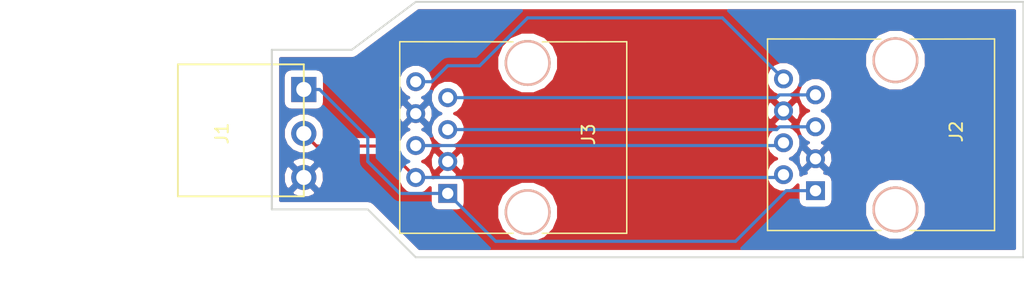
<source format=kicad_pcb>
(kicad_pcb (version 4) (host pcbnew 4.0.7+dfsg1-1ubuntu2)

  (general
    (links 12)
    (no_connects 0)
    (area 77.47 34.214999 158.825001 57.150001)
    (thickness 1.6)
    (drawings 12)
    (tracks 30)
    (zones 0)
    (modules 3)
    (nets 8)
  )

  (page A4)
  (layers
    (0 F.Cu signal)
    (31 B.Cu signal)
    (32 B.Adhes user)
    (33 F.Adhes user)
    (34 B.Paste user)
    (35 F.Paste user)
    (36 B.SilkS user)
    (37 F.SilkS user)
    (38 B.Mask user)
    (39 F.Mask user)
    (40 Dwgs.User user)
    (41 Cmts.User user)
    (42 Eco1.User user)
    (43 Eco2.User user)
    (44 Edge.Cuts user)
    (45 Margin user)
    (46 B.CrtYd user)
    (47 F.CrtYd user)
    (48 B.Fab user)
    (49 F.Fab user)
  )

  (setup
    (last_trace_width 0.25)
    (trace_clearance 0.2)
    (zone_clearance 0.508)
    (zone_45_only no)
    (trace_min 0.2)
    (segment_width 0.2)
    (edge_width 0.15)
    (via_size 0.6)
    (via_drill 0.4)
    (via_min_size 0.4)
    (via_min_drill 0.3)
    (uvia_size 0.3)
    (uvia_drill 0.1)
    (uvias_allowed no)
    (uvia_min_size 0.2)
    (uvia_min_drill 0.1)
    (pcb_text_width 0.3)
    (pcb_text_size 1.5 1.5)
    (mod_edge_width 0.15)
    (mod_text_size 1 1)
    (mod_text_width 0.15)
    (pad_size 1.524 1.524)
    (pad_drill 0.762)
    (pad_to_mask_clearance 0.2)
    (aux_axis_origin 0 0)
    (visible_elements FFFFFF7F)
    (pcbplotparams
      (layerselection 0x00030_80000001)
      (usegerberextensions false)
      (excludeedgelayer true)
      (linewidth 0.100000)
      (plotframeref false)
      (viasonmask false)
      (mode 1)
      (useauxorigin false)
      (hpglpennumber 1)
      (hpglpenspeed 20)
      (hpglpendiameter 15)
      (hpglpenoverlay 2)
      (psnegative false)
      (psa4output false)
      (plotreference true)
      (plotvalue true)
      (plotinvisibletext false)
      (padsonsilk false)
      (subtractmaskfromsilk false)
      (outputformat 1)
      (mirror false)
      (drillshape 1)
      (scaleselection 1)
      (outputdirectory ""))
  )

  (net 0 "")
  (net 1 /CAN_H)
  (net 2 /CAN_L)
  (net 3 GND)
  (net 4 "Net-(J2-Pad4)")
  (net 5 "Net-(J2-Pad5)")
  (net 6 "Net-(J2-Pad7)")
  (net 7 "Net-(J2-Pad8)")

  (net_class Default "This is the default net class."
    (clearance 0.2)
    (trace_width 0.25)
    (via_dia 0.6)
    (via_drill 0.4)
    (uvia_dia 0.3)
    (uvia_drill 0.1)
    (add_net /CAN_H)
    (add_net /CAN_L)
    (add_net GND)
    (add_net "Net-(J2-Pad4)")
    (add_net "Net-(J2-Pad5)")
    (add_net "Net-(J2-Pad7)")
    (add_net "Net-(J2-Pad8)")
  )

  (module Connectors:RJ45_8 (layer F.Cu) (tedit 0) (tstamp 6035486B)
    (at 142.24 49.31 90)
    (tags RJ45)
    (path /603540A0)
    (fp_text reference J2 (at 4.7 11.18 90) (layer F.SilkS)
      (effects (font (size 1 1) (thickness 0.15)))
    )
    (fp_text value "Wurth 615008144221" (at 4.86 11.43 90) (layer F.Fab)
      (effects (font (size 1 1) (thickness 0.15)))
    )
    (fp_line (start -3.17 14.22) (end 12.07 14.22) (layer F.SilkS) (width 0.12))
    (fp_line (start 12.07 -3.81) (end 12.06 5.18) (layer F.SilkS) (width 0.12))
    (fp_line (start 12.07 -3.81) (end -3.17 -3.81) (layer F.SilkS) (width 0.12))
    (fp_line (start -3.17 -3.81) (end -3.17 5.19) (layer F.SilkS) (width 0.12))
    (fp_line (start 12.06 7.52) (end 12.07 14.22) (layer F.SilkS) (width 0.12))
    (fp_line (start -3.17 7.51) (end -3.17 14.22) (layer F.SilkS) (width 0.12))
    (fp_line (start -3.56 -4.06) (end 12.46 -4.06) (layer F.CrtYd) (width 0.05))
    (fp_line (start -3.56 -4.06) (end -3.56 14.47) (layer F.CrtYd) (width 0.05))
    (fp_line (start 12.46 14.47) (end 12.46 -4.06) (layer F.CrtYd) (width 0.05))
    (fp_line (start 12.46 14.47) (end -3.56 14.47) (layer F.CrtYd) (width 0.05))
    (pad Hole np_thru_hole circle (at 10.38 6.35 90) (size 3.65 3.65) (drill 3.25) (layers *.Cu *.SilkS *.Mask))
    (pad Hole np_thru_hole circle (at -1.49 6.35 90) (size 3.65 3.65) (drill 3.25) (layers *.Cu *.SilkS *.Mask))
    (pad 1 thru_hole rect (at 0 0 90) (size 1.5 1.5) (drill 0.9) (layers *.Cu *.Mask)
      (net 1 /CAN_H))
    (pad 2 thru_hole circle (at 1.27 -2.54 90) (size 1.5 1.5) (drill 0.9) (layers *.Cu *.Mask)
      (net 2 /CAN_L))
    (pad 3 thru_hole circle (at 2.54 0 90) (size 1.5 1.5) (drill 0.9) (layers *.Cu *.Mask)
      (net 3 GND))
    (pad 4 thru_hole circle (at 3.81 -2.54 90) (size 1.5 1.5) (drill 0.9) (layers *.Cu *.Mask)
      (net 4 "Net-(J2-Pad4)"))
    (pad 5 thru_hole circle (at 5.08 0 90) (size 1.5 1.5) (drill 0.9) (layers *.Cu *.Mask)
      (net 5 "Net-(J2-Pad5)"))
    (pad 6 thru_hole circle (at 6.35 -2.54 90) (size 1.5 1.5) (drill 0.9) (layers *.Cu *.Mask)
      (net 3 GND))
    (pad 7 thru_hole circle (at 7.62 0 90) (size 1.5 1.5) (drill 0.9) (layers *.Cu *.Mask)
      (net 6 "Net-(J2-Pad7)"))
    (pad 8 thru_hole circle (at 8.89 -2.54 90) (size 1.5 1.5) (drill 0.9) (layers *.Cu *.Mask)
      (net 7 "Net-(J2-Pad8)"))
    (model ${KISYS3DMOD}/Connectors.3dshapes/RJ45_8.wrl
      (at (xyz 0.18 -0.25 0))
      (scale (xyz 0.4 0.4 0.4))
      (rotate (xyz 0 0 0))
    )
  )

  (module Connectors:RJ45_8 (layer F.Cu) (tedit 0) (tstamp 60354879)
    (at 113.03 49.53 90)
    (tags RJ45)
    (path /60354103)
    (fp_text reference J3 (at 4.7 11.18 90) (layer F.SilkS)
      (effects (font (size 1 1) (thickness 0.15)))
    )
    (fp_text value "Wurth 615008144221" (at 5.08 11.43 90) (layer F.Fab)
      (effects (font (size 1 1) (thickness 0.15)))
    )
    (fp_line (start -3.17 14.22) (end 12.07 14.22) (layer F.SilkS) (width 0.12))
    (fp_line (start 12.07 -3.81) (end 12.06 5.18) (layer F.SilkS) (width 0.12))
    (fp_line (start 12.07 -3.81) (end -3.17 -3.81) (layer F.SilkS) (width 0.12))
    (fp_line (start -3.17 -3.81) (end -3.17 5.19) (layer F.SilkS) (width 0.12))
    (fp_line (start 12.06 7.52) (end 12.07 14.22) (layer F.SilkS) (width 0.12))
    (fp_line (start -3.17 7.51) (end -3.17 14.22) (layer F.SilkS) (width 0.12))
    (fp_line (start -3.56 -4.06) (end 12.46 -4.06) (layer F.CrtYd) (width 0.05))
    (fp_line (start -3.56 -4.06) (end -3.56 14.47) (layer F.CrtYd) (width 0.05))
    (fp_line (start 12.46 14.47) (end 12.46 -4.06) (layer F.CrtYd) (width 0.05))
    (fp_line (start 12.46 14.47) (end -3.56 14.47) (layer F.CrtYd) (width 0.05))
    (pad Hole np_thru_hole circle (at 10.38 6.35 90) (size 3.65 3.65) (drill 3.25) (layers *.Cu *.SilkS *.Mask))
    (pad Hole np_thru_hole circle (at -1.49 6.35 90) (size 3.65 3.65) (drill 3.25) (layers *.Cu *.SilkS *.Mask))
    (pad 1 thru_hole rect (at 0 0 90) (size 1.5 1.5) (drill 0.9) (layers *.Cu *.Mask)
      (net 1 /CAN_H))
    (pad 2 thru_hole circle (at 1.27 -2.54 90) (size 1.5 1.5) (drill 0.9) (layers *.Cu *.Mask)
      (net 2 /CAN_L))
    (pad 3 thru_hole circle (at 2.54 0 90) (size 1.5 1.5) (drill 0.9) (layers *.Cu *.Mask)
      (net 3 GND))
    (pad 4 thru_hole circle (at 3.81 -2.54 90) (size 1.5 1.5) (drill 0.9) (layers *.Cu *.Mask)
      (net 4 "Net-(J2-Pad4)"))
    (pad 5 thru_hole circle (at 5.08 0 90) (size 1.5 1.5) (drill 0.9) (layers *.Cu *.Mask)
      (net 5 "Net-(J2-Pad5)"))
    (pad 6 thru_hole circle (at 6.35 -2.54 90) (size 1.5 1.5) (drill 0.9) (layers *.Cu *.Mask)
      (net 3 GND))
    (pad 7 thru_hole circle (at 7.62 0 90) (size 1.5 1.5) (drill 0.9) (layers *.Cu *.Mask)
      (net 6 "Net-(J2-Pad7)"))
    (pad 8 thru_hole circle (at 8.89 -2.54 90) (size 1.5 1.5) (drill 0.9) (layers *.Cu *.Mask)
      (net 7 "Net-(J2-Pad8)"))
    (model ${KISYS3DMOD}/Connectors.3dshapes/RJ45_8.wrl
      (at (xyz 0.18 -0.25 0))
      (scale (xyz 0.4 0.4 0.4))
      (rotate (xyz 0 0 0))
    )
  )

  (module MyPinHeaders:PinArray_3_RA_3.5MM (layer F.Cu) (tedit 6035509D) (tstamp 603558EA)
    (at 101.6 44.76 270)
    (path /6035406B)
    (fp_text reference J1 (at 0 6.5 270) (layer F.SilkS)
      (effects (font (size 1 1) (thickness 0.15)))
    )
    (fp_text value "PC 1737022 " (at -0.31 -3.81 270) (layer F.Fab)
      (effects (font (size 1 1) (thickness 0.15)))
    )
    (fp_line (start 5 0) (end -5.5 0) (layer F.SilkS) (width 0.15))
    (fp_line (start 5 10) (end 5 0) (layer F.SilkS) (width 0.15))
    (fp_line (start -5.5 10) (end 5 10) (layer F.SilkS) (width 0.15))
    (fp_line (start -5.5 0) (end -5.5 10) (layer F.SilkS) (width 0.15))
    (pad 2 thru_hole circle (at 0 0 270) (size 2 2) (drill 1.2) (layers *.Cu *.Mask)
      (net 2 /CAN_L))
    (pad 1 thru_hole rect (at -3.5 0 270) (size 2 2) (drill 1.2) (layers *.Cu *.Mask)
      (net 1 /CAN_H))
    (pad 3 thru_hole circle (at 3.5 0 270) (size 2 2) (drill 1.2) (layers *.Cu *.Mask)
      (net 3 GND))
  )

  (dimension 5.08 (width 0.3) (layer Dwgs.User)
    (gr_text "5.080 mm" (at 88.82 52.07 270) (layer Dwgs.User)
      (effects (font (size 1.5 1.5) (thickness 0.3)))
    )
    (feature1 (pts (xy 99.06 54.61) (xy 87.47 54.61)))
    (feature2 (pts (xy 99.06 49.53) (xy 87.47 49.53)))
    (crossbar (pts (xy 90.17 49.53) (xy 90.17 54.61)))
    (arrow1a (pts (xy 90.17 54.61) (xy 89.583579 53.483496)))
    (arrow1b (pts (xy 90.17 54.61) (xy 90.756421 53.483496)))
    (arrow2a (pts (xy 90.17 49.53) (xy 89.583579 50.656504)))
    (arrow2b (pts (xy 90.17 49.53) (xy 90.756421 50.656504)))
  )
  (dimension 5.08 (width 0.3) (layer Dwgs.User)
    (gr_text "5.080 mm" (at 88.82 36.83 270) (layer Dwgs.User)
      (effects (font (size 1.5 1.5) (thickness 0.3)))
    )
    (feature1 (pts (xy 101.6 39.37) (xy 87.47 39.37)))
    (feature2 (pts (xy 101.6 34.29) (xy 87.47 34.29)))
    (crossbar (pts (xy 90.17 34.29) (xy 90.17 39.37)))
    (arrow1a (pts (xy 90.17 39.37) (xy 89.583579 38.243496)))
    (arrow1b (pts (xy 90.17 39.37) (xy 90.756421 38.243496)))
    (arrow2a (pts (xy 90.17 34.29) (xy 89.583579 35.416504)))
    (arrow2b (pts (xy 90.17 34.29) (xy 90.756421 35.416504)))
  )
  (dimension 20.32 (width 0.3) (layer Dwgs.User)
    (gr_text "20.320 mm" (at 85.01 44.45 90) (layer Dwgs.User)
      (effects (font (size 1.5 1.5) (thickness 0.3)))
    )
    (feature1 (pts (xy 113.03 34.29) (xy 83.66 34.29)))
    (feature2 (pts (xy 113.03 54.61) (xy 83.66 54.61)))
    (crossbar (pts (xy 86.36 54.61) (xy 86.36 34.29)))
    (arrow1a (pts (xy 86.36 34.29) (xy 86.946421 35.416504)))
    (arrow1b (pts (xy 86.36 34.29) (xy 85.773579 35.416504)))
    (arrow2a (pts (xy 86.36 54.61) (xy 86.946421 53.483496)))
    (arrow2b (pts (xy 86.36 54.61) (xy 85.773579 53.483496)))
  )
  (gr_line (start 99.06 38.1) (end 99.06 50.8) (layer Edge.Cuts) (width 0.15))
  (gr_line (start 105.41 38.1) (end 99.06 38.1) (layer Edge.Cuts) (width 0.15))
  (gr_line (start 110.49 34.29) (end 105.41 38.1) (layer Edge.Cuts) (width 0.15))
  (gr_line (start 158.75 34.29) (end 110.49 34.29) (layer Edge.Cuts) (width 0.15))
  (gr_line (start 158.75 54.61) (end 158.75 34.29) (layer Edge.Cuts) (width 0.15))
  (gr_line (start 110.49 54.61) (end 158.75 54.61) (layer Edge.Cuts) (width 0.15))
  (gr_line (start 106.68 50.8) (end 110.49 54.61) (layer Edge.Cuts) (width 0.15))
  (gr_line (start 99.06 50.8) (end 106.68 50.8) (layer Edge.Cuts) (width 0.15))
  (gr_line (start 99.06 38.1) (end 99.06 50.8) (layer Edge.Cuts) (width 0.15))

  (segment (start 106.68 46.99) (end 109.22 49.53) (width 0.25) (layer B.Cu) (net 1))
  (segment (start 109.22 49.53) (end 113.03 49.53) (width 0.25) (layer B.Cu) (net 1))
  (segment (start 106.68 45.09) (end 106.68 46.99) (width 0.25) (layer B.Cu) (net 1))
  (segment (start 101.6 41.26) (end 102.85 41.26) (width 0.25) (layer B.Cu) (net 1))
  (segment (start 102.85 41.26) (end 106.68 45.09) (width 0.25) (layer B.Cu) (net 1))
  (segment (start 135.89 53.34) (end 139.92 49.31) (width 0.25) (layer B.Cu) (net 1))
  (segment (start 139.92 49.31) (end 142.24 49.31) (width 0.25) (layer B.Cu) (net 1))
  (segment (start 116.84 53.34) (end 135.89 53.34) (width 0.25) (layer B.Cu) (net 1))
  (segment (start 113.03 49.53) (end 116.84 53.34) (width 0.25) (layer B.Cu) (net 1))
  (segment (start 101.6 44.76) (end 102.599999 45.759999) (width 0.25) (layer F.Cu) (net 2))
  (segment (start 107.989999 45.759999) (end 110.49 48.26) (width 0.25) (layer F.Cu) (net 2))
  (segment (start 102.599999 45.759999) (end 107.989999 45.759999) (width 0.25) (layer F.Cu) (net 2))
  (segment (start 110.49 48.26) (end 139.48 48.26) (width 0.25) (layer B.Cu) (net 2))
  (segment (start 139.48 48.26) (end 139.7 48.04) (width 0.25) (layer B.Cu) (net 2))
  (segment (start 110.49 45.72) (end 139.48 45.72) (width 0.25) (layer B.Cu) (net 4))
  (segment (start 139.48 45.72) (end 139.7 45.5) (width 0.25) (layer B.Cu) (net 4))
  (segment (start 113.03 44.45) (end 139.158998 44.45) (width 0.25) (layer B.Cu) (net 5))
  (segment (start 139.158998 44.45) (end 139.378998 44.23) (width 0.25) (layer B.Cu) (net 5))
  (segment (start 139.378998 44.23) (end 141.17934 44.23) (width 0.25) (layer B.Cu) (net 5))
  (segment (start 141.17934 44.23) (end 142.24 44.23) (width 0.25) (layer B.Cu) (net 5))
  (segment (start 113.03 41.91) (end 139.158998 41.91) (width 0.25) (layer B.Cu) (net 6))
  (segment (start 139.158998 41.91) (end 139.378998 41.69) (width 0.25) (layer B.Cu) (net 6))
  (segment (start 139.378998 41.69) (end 141.17934 41.69) (width 0.25) (layer B.Cu) (net 6))
  (segment (start 141.17934 41.69) (end 142.24 41.69) (width 0.25) (layer B.Cu) (net 6))
  (segment (start 119.38 35.56) (end 134.84 35.56) (width 0.25) (layer B.Cu) (net 7))
  (segment (start 134.84 35.56) (end 139.7 40.42) (width 0.25) (layer B.Cu) (net 7))
  (segment (start 115.57 39.37) (end 119.38 35.56) (width 0.25) (layer B.Cu) (net 7))
  (segment (start 113.03 39.37) (end 115.57 39.37) (width 0.25) (layer B.Cu) (net 7))
  (segment (start 111.76 40.64) (end 113.03 39.37) (width 0.25) (layer B.Cu) (net 7))
  (segment (start 110.49 40.64) (end 111.76 40.64) (width 0.25) (layer B.Cu) (net 7))

  (zone (net 3) (net_name GND) (layer F.Cu) (tstamp 0) (hatch edge 0.508)
    (connect_pads (clearance 0.508))
    (min_thickness 0.254)
    (fill yes (arc_segments 16) (thermal_gap 0.508) (thermal_bridge_width 0.508))
    (polygon
      (pts
        (xy 158.75 34.29) (xy 158.75 57.15) (xy 77.47 57.15) (xy 77.47 35.56) (xy 77.47 34.29)
      )
    )
    (filled_polygon
      (pts
        (xy 158.04 53.9) (xy 110.784092 53.9) (xy 108.391269 51.507177) (xy 116.919574 51.507177) (xy 117.293298 52.411657)
        (xy 117.984703 53.10427) (xy 118.888529 53.479572) (xy 119.867177 53.480426) (xy 120.771657 53.106702) (xy 121.46427 52.415297)
        (xy 121.839572 51.511471) (xy 121.839767 51.287177) (xy 146.129574 51.287177) (xy 146.503298 52.191657) (xy 147.194703 52.88427)
        (xy 148.098529 53.259572) (xy 149.077177 53.260426) (xy 149.981657 52.886702) (xy 150.67427 52.195297) (xy 151.049572 51.291471)
        (xy 151.050426 50.312823) (xy 150.676702 49.408343) (xy 149.985297 48.71573) (xy 149.081471 48.340428) (xy 148.102823 48.339574)
        (xy 147.198343 48.713298) (xy 146.50573 49.404703) (xy 146.130428 50.308529) (xy 146.129574 51.287177) (xy 121.839767 51.287177)
        (xy 121.840426 50.532823) (xy 121.466702 49.628343) (xy 120.775297 48.93573) (xy 119.871471 48.560428) (xy 118.892823 48.559574)
        (xy 117.988343 48.933298) (xy 117.29573 49.624703) (xy 116.920428 50.528529) (xy 116.919574 51.507177) (xy 108.391269 51.507177)
        (xy 107.182046 50.297954) (xy 106.951705 50.144046) (xy 106.68 50.09) (xy 99.77 50.09) (xy 99.77 49.412532)
        (xy 100.627073 49.412532) (xy 100.725736 49.679387) (xy 101.335461 49.905908) (xy 101.98546 49.881856) (xy 102.474264 49.679387)
        (xy 102.572927 49.412532) (xy 101.6 48.439605) (xy 100.627073 49.412532) (xy 99.77 49.412532) (xy 99.77 47.995461)
        (xy 99.954092 47.995461) (xy 99.978144 48.64546) (xy 100.180613 49.134264) (xy 100.447468 49.232927) (xy 101.420395 48.26)
        (xy 101.779605 48.26) (xy 102.752532 49.232927) (xy 103.019387 49.134264) (xy 103.245908 48.524539) (xy 103.221856 47.87454)
        (xy 103.019387 47.385736) (xy 102.752532 47.287073) (xy 101.779605 48.26) (xy 101.420395 48.26) (xy 100.447468 47.287073)
        (xy 100.180613 47.385736) (xy 99.954092 47.995461) (xy 99.77 47.995461) (xy 99.77 47.107468) (xy 100.627073 47.107468)
        (xy 101.6 48.080395) (xy 102.572927 47.107468) (xy 102.474264 46.840613) (xy 101.864539 46.614092) (xy 101.21454 46.638144)
        (xy 100.725736 46.840613) (xy 100.627073 47.107468) (xy 99.77 47.107468) (xy 99.77 45.083795) (xy 99.964716 45.083795)
        (xy 100.213106 45.684943) (xy 100.672637 46.145278) (xy 101.273352 46.394716) (xy 101.923795 46.395284) (xy 102.10008 46.322444)
        (xy 102.30916 46.462147) (xy 102.599999 46.519999) (xy 107.675197 46.519999) (xy 109.114998 47.9598) (xy 109.105241 47.983298)
        (xy 109.10476 48.534285) (xy 109.315169 49.043515) (xy 109.704436 49.433461) (xy 110.213298 49.644759) (xy 110.764285 49.64524)
        (xy 111.273515 49.434831) (xy 111.63256 49.076411) (xy 111.63256 50.28) (xy 111.676838 50.515317) (xy 111.81591 50.731441)
        (xy 112.02811 50.876431) (xy 112.28 50.92744) (xy 113.78 50.92744) (xy 114.015317 50.883162) (xy 114.231441 50.74409)
        (xy 114.376431 50.53189) (xy 114.42744 50.28) (xy 114.42744 48.78) (xy 114.383162 48.544683) (xy 114.24409 48.328559)
        (xy 114.03189 48.183569) (xy 113.78 48.13256) (xy 113.773647 48.13256) (xy 113.821912 47.961517) (xy 113.03 47.169605)
        (xy 112.238088 47.961517) (xy 112.286353 48.13256) (xy 112.28 48.13256) (xy 112.044683 48.176838) (xy 111.874978 48.28604)
        (xy 111.87524 47.985715) (xy 111.664831 47.476485) (xy 111.275564 47.086539) (xy 111.04313 46.990024) (xy 111.273515 46.894831)
        (xy 111.383366 46.785171) (xy 111.632799 46.785171) (xy 111.66077 47.335448) (xy 111.81754 47.713923) (xy 112.058483 47.781912)
        (xy 112.850395 46.99) (xy 113.209605 46.99) (xy 114.001517 47.781912) (xy 114.24246 47.713923) (xy 114.427201 47.194829)
        (xy 114.39923 46.644552) (xy 114.24246 46.266077) (xy 114.001517 46.198088) (xy 113.209605 46.99) (xy 112.850395 46.99)
        (xy 112.058483 46.198088) (xy 111.81754 46.266077) (xy 111.632799 46.785171) (xy 111.383366 46.785171) (xy 111.663461 46.505564)
        (xy 111.874759 45.996702) (xy 111.87524 45.445715) (xy 111.664831 44.936485) (xy 111.275564 44.546539) (xy 111.059021 44.456623)
        (xy 111.213923 44.39246) (xy 111.281912 44.151517) (xy 110.49 43.359605) (xy 109.698088 44.151517) (xy 109.766077 44.39246)
        (xy 109.932621 44.451732) (xy 109.706485 44.545169) (xy 109.316539 44.934436) (xy 109.105241 45.443298) (xy 109.104929 45.800127)
        (xy 108.5274 45.222598) (xy 108.280838 45.057851) (xy 107.989999 44.999999) (xy 103.234792 44.999999) (xy 103.235284 44.436205)
        (xy 102.986894 43.835057) (xy 102.527363 43.374722) (xy 101.926648 43.125284) (xy 101.276205 43.124716) (xy 100.675057 43.373106)
        (xy 100.214722 43.832637) (xy 99.965284 44.433352) (xy 99.964716 45.083795) (xy 99.77 45.083795) (xy 99.77 42.975171)
        (xy 109.092799 42.975171) (xy 109.12077 43.525448) (xy 109.27754 43.903923) (xy 109.518483 43.971912) (xy 110.310395 43.18)
        (xy 110.669605 43.18) (xy 111.461517 43.971912) (xy 111.70246 43.903923) (xy 111.887201 43.384829) (xy 111.85923 42.834552)
        (xy 111.70246 42.456077) (xy 111.461517 42.388088) (xy 110.669605 43.18) (xy 110.310395 43.18) (xy 109.518483 42.388088)
        (xy 109.27754 42.456077) (xy 109.092799 42.975171) (xy 99.77 42.975171) (xy 99.77 40.26) (xy 99.95256 40.26)
        (xy 99.95256 42.26) (xy 99.996838 42.495317) (xy 100.13591 42.711441) (xy 100.34811 42.856431) (xy 100.6 42.90744)
        (xy 102.6 42.90744) (xy 102.835317 42.863162) (xy 103.051441 42.72409) (xy 103.196431 42.51189) (xy 103.24744 42.26)
        (xy 103.24744 40.914285) (xy 109.10476 40.914285) (xy 109.315169 41.423515) (xy 109.704436 41.813461) (xy 109.920979 41.903377)
        (xy 109.766077 41.96754) (xy 109.698088 42.208483) (xy 110.49 43.000395) (xy 111.281912 42.208483) (xy 111.275084 42.184285)
        (xy 111.64476 42.184285) (xy 111.855169 42.693515) (xy 112.244436 43.083461) (xy 112.47687 43.179976) (xy 112.246485 43.275169)
        (xy 111.856539 43.664436) (xy 111.645241 44.173298) (xy 111.64476 44.724285) (xy 111.855169 45.233515) (xy 112.244436 45.623461)
        (xy 112.460979 45.713377) (xy 112.306077 45.77754) (xy 112.238088 46.018483) (xy 113.03 46.810395) (xy 113.821912 46.018483)
        (xy 113.753923 45.77754) (xy 113.744778 45.774285) (xy 138.31476 45.774285) (xy 138.525169 46.283515) (xy 138.914436 46.673461)
        (xy 139.14687 46.769976) (xy 138.916485 46.865169) (xy 138.526539 47.254436) (xy 138.315241 47.763298) (xy 138.31476 48.314285)
        (xy 138.525169 48.823515) (xy 138.914436 49.213461) (xy 139.423298 49.424759) (xy 139.974285 49.42524) (xy 140.483515 49.214831)
        (xy 140.84256 48.856411) (xy 140.84256 50.06) (xy 140.886838 50.295317) (xy 141.02591 50.511441) (xy 141.23811 50.656431)
        (xy 141.49 50.70744) (xy 142.99 50.70744) (xy 143.225317 50.663162) (xy 143.441441 50.52409) (xy 143.586431 50.31189)
        (xy 143.63744 50.06) (xy 143.63744 48.56) (xy 143.593162 48.324683) (xy 143.45409 48.108559) (xy 143.24189 47.963569)
        (xy 142.99 47.91256) (xy 142.983647 47.91256) (xy 143.031912 47.741517) (xy 142.24 46.949605) (xy 141.448088 47.741517)
        (xy 141.496353 47.91256) (xy 141.49 47.91256) (xy 141.254683 47.956838) (xy 141.084978 48.06604) (xy 141.08524 47.765715)
        (xy 140.874831 47.256485) (xy 140.485564 46.866539) (xy 140.25313 46.770024) (xy 140.483515 46.674831) (xy 140.593366 46.565171)
        (xy 140.842799 46.565171) (xy 140.87077 47.115448) (xy 141.02754 47.493923) (xy 141.268483 47.561912) (xy 142.060395 46.77)
        (xy 142.419605 46.77) (xy 143.211517 47.561912) (xy 143.45246 47.493923) (xy 143.637201 46.974829) (xy 143.60923 46.424552)
        (xy 143.45246 46.046077) (xy 143.211517 45.978088) (xy 142.419605 46.77) (xy 142.060395 46.77) (xy 141.268483 45.978088)
        (xy 141.02754 46.046077) (xy 140.842799 46.565171) (xy 140.593366 46.565171) (xy 140.873461 46.285564) (xy 141.084759 45.776702)
        (xy 141.08524 45.225715) (xy 140.874831 44.716485) (xy 140.485564 44.326539) (xy 140.269021 44.236623) (xy 140.423923 44.17246)
        (xy 140.491912 43.931517) (xy 139.7 43.139605) (xy 138.908088 43.931517) (xy 138.976077 44.17246) (xy 139.142621 44.231732)
        (xy 138.916485 44.325169) (xy 138.526539 44.714436) (xy 138.315241 45.223298) (xy 138.31476 45.774285) (xy 113.744778 45.774285)
        (xy 113.587379 45.718268) (xy 113.813515 45.624831) (xy 114.203461 45.235564) (xy 114.414759 44.726702) (xy 114.41524 44.175715)
        (xy 114.204831 43.666485) (xy 113.815564 43.276539) (xy 113.58313 43.180024) (xy 113.813515 43.084831) (xy 114.14375 42.755171)
        (xy 138.302799 42.755171) (xy 138.33077 43.305448) (xy 138.48754 43.683923) (xy 138.728483 43.751912) (xy 139.520395 42.96)
        (xy 139.879605 42.96) (xy 140.671517 43.751912) (xy 140.91246 43.683923) (xy 141.097201 43.164829) (xy 141.06923 42.614552)
        (xy 140.91246 42.236077) (xy 140.671517 42.168088) (xy 139.879605 42.96) (xy 139.520395 42.96) (xy 138.728483 42.168088)
        (xy 138.48754 42.236077) (xy 138.302799 42.755171) (xy 114.14375 42.755171) (xy 114.203461 42.695564) (xy 114.414759 42.186702)
        (xy 114.41524 41.635715) (xy 114.204831 41.126485) (xy 113.815564 40.736539) (xy 113.306702 40.525241) (xy 112.755715 40.52476)
        (xy 112.246485 40.735169) (xy 111.856539 41.124436) (xy 111.645241 41.633298) (xy 111.64476 42.184285) (xy 111.275084 42.184285)
        (xy 111.213923 41.96754) (xy 111.047379 41.908268) (xy 111.273515 41.814831) (xy 111.663461 41.425564) (xy 111.874759 40.916702)
        (xy 111.87524 40.365715) (xy 111.664831 39.856485) (xy 111.445905 39.637177) (xy 116.919574 39.637177) (xy 117.293298 40.541657)
        (xy 117.984703 41.23427) (xy 118.888529 41.609572) (xy 119.867177 41.610426) (xy 120.771657 41.236702) (xy 121.315021 40.694285)
        (xy 138.31476 40.694285) (xy 138.525169 41.203515) (xy 138.914436 41.593461) (xy 139.130979 41.683377) (xy 138.976077 41.74754)
        (xy 138.908088 41.988483) (xy 139.7 42.780395) (xy 140.491912 41.988483) (xy 140.485084 41.964285) (xy 140.85476 41.964285)
        (xy 141.065169 42.473515) (xy 141.454436 42.863461) (xy 141.68687 42.959976) (xy 141.456485 43.055169) (xy 141.066539 43.444436)
        (xy 140.855241 43.953298) (xy 140.85476 44.504285) (xy 141.065169 45.013515) (xy 141.454436 45.403461) (xy 141.670979 45.493377)
        (xy 141.516077 45.55754) (xy 141.448088 45.798483) (xy 142.24 46.590395) (xy 143.031912 45.798483) (xy 142.963923 45.55754)
        (xy 142.797379 45.498268) (xy 143.023515 45.404831) (xy 143.413461 45.015564) (xy 143.624759 44.506702) (xy 143.62524 43.955715)
        (xy 143.414831 43.446485) (xy 143.025564 43.056539) (xy 142.79313 42.960024) (xy 143.023515 42.864831) (xy 143.413461 42.475564)
        (xy 143.624759 41.966702) (xy 143.62524 41.415715) (xy 143.414831 40.906485) (xy 143.025564 40.516539) (xy 142.516702 40.305241)
        (xy 141.965715 40.30476) (xy 141.456485 40.515169) (xy 141.066539 40.904436) (xy 140.855241 41.413298) (xy 140.85476 41.964285)
        (xy 140.485084 41.964285) (xy 140.423923 41.74754) (xy 140.257379 41.688268) (xy 140.483515 41.594831) (xy 140.873461 41.205564)
        (xy 141.084759 40.696702) (xy 141.08524 40.145715) (xy 140.874831 39.636485) (xy 140.655905 39.417177) (xy 146.129574 39.417177)
        (xy 146.503298 40.321657) (xy 147.194703 41.01427) (xy 148.098529 41.389572) (xy 149.077177 41.390426) (xy 149.981657 41.016702)
        (xy 150.67427 40.325297) (xy 151.049572 39.421471) (xy 151.050426 38.442823) (xy 150.676702 37.538343) (xy 149.985297 36.84573)
        (xy 149.081471 36.470428) (xy 148.102823 36.469574) (xy 147.198343 36.843298) (xy 146.50573 37.534703) (xy 146.130428 38.438529)
        (xy 146.129574 39.417177) (xy 140.655905 39.417177) (xy 140.485564 39.246539) (xy 139.976702 39.035241) (xy 139.425715 39.03476)
        (xy 138.916485 39.245169) (xy 138.526539 39.634436) (xy 138.315241 40.143298) (xy 138.31476 40.694285) (xy 121.315021 40.694285)
        (xy 121.46427 40.545297) (xy 121.839572 39.641471) (xy 121.840426 38.662823) (xy 121.466702 37.758343) (xy 120.775297 37.06573)
        (xy 119.871471 36.690428) (xy 118.892823 36.689574) (xy 117.988343 37.063298) (xy 117.29573 37.754703) (xy 116.920428 38.658529)
        (xy 116.919574 39.637177) (xy 111.445905 39.637177) (xy 111.275564 39.466539) (xy 110.766702 39.255241) (xy 110.215715 39.25476)
        (xy 109.706485 39.465169) (xy 109.316539 39.854436) (xy 109.105241 40.363298) (xy 109.10476 40.914285) (xy 103.24744 40.914285)
        (xy 103.24744 40.26) (xy 103.203162 40.024683) (xy 103.06409 39.808559) (xy 102.85189 39.663569) (xy 102.6 39.61256)
        (xy 100.6 39.61256) (xy 100.364683 39.656838) (xy 100.148559 39.79591) (xy 100.003569 40.00811) (xy 99.95256 40.26)
        (xy 99.77 40.26) (xy 99.77 38.81) (xy 105.41 38.81) (xy 105.497318 38.792631) (xy 105.586208 38.787786)
        (xy 105.631949 38.765851) (xy 105.681705 38.755954) (xy 105.755727 38.706494) (xy 105.836 38.668) (xy 110.726667 35)
        (xy 158.04 35)
      )
    )
  )
  (zone (net 3) (net_name GND) (layer B.Cu) (tstamp 0) (hatch edge 0.508)
    (connect_pads (clearance 0.508))
    (min_thickness 0.254)
    (fill yes (arc_segments 16) (thermal_gap 0.508) (thermal_bridge_width 0.508))
    (polygon
      (pts
        (xy 77.47 34.29) (xy 158.75 34.29) (xy 158.75 57.15) (xy 77.47 57.15)
      )
    )
    (filled_polygon
      (pts
        (xy 158.04 53.9) (xy 136.393579 53.9) (xy 136.427401 53.877401) (xy 139.017625 51.287177) (xy 146.129574 51.287177)
        (xy 146.503298 52.191657) (xy 147.194703 52.88427) (xy 148.098529 53.259572) (xy 149.077177 53.260426) (xy 149.981657 52.886702)
        (xy 150.67427 52.195297) (xy 151.049572 51.291471) (xy 151.050426 50.312823) (xy 150.676702 49.408343) (xy 149.985297 48.71573)
        (xy 149.081471 48.340428) (xy 148.102823 48.339574) (xy 147.198343 48.713298) (xy 146.50573 49.404703) (xy 146.130428 50.308529)
        (xy 146.129574 51.287177) (xy 139.017625 51.287177) (xy 140.234802 50.07) (xy 140.844442 50.07) (xy 140.886838 50.295317)
        (xy 141.02591 50.511441) (xy 141.23811 50.656431) (xy 141.49 50.70744) (xy 142.99 50.70744) (xy 143.225317 50.663162)
        (xy 143.441441 50.52409) (xy 143.586431 50.31189) (xy 143.63744 50.06) (xy 143.63744 48.56) (xy 143.593162 48.324683)
        (xy 143.45409 48.108559) (xy 143.24189 47.963569) (xy 142.99 47.91256) (xy 142.983647 47.91256) (xy 143.031912 47.741517)
        (xy 142.24 46.949605) (xy 141.448088 47.741517) (xy 141.496353 47.91256) (xy 141.49 47.91256) (xy 141.254683 47.956838)
        (xy 141.084978 48.06604) (xy 141.08524 47.765715) (xy 140.874831 47.256485) (xy 140.485564 46.866539) (xy 140.25313 46.770024)
        (xy 140.483515 46.674831) (xy 140.593366 46.565171) (xy 140.842799 46.565171) (xy 140.87077 47.115448) (xy 141.02754 47.493923)
        (xy 141.268483 47.561912) (xy 142.060395 46.77) (xy 142.419605 46.77) (xy 143.211517 47.561912) (xy 143.45246 47.493923)
        (xy 143.637201 46.974829) (xy 143.60923 46.424552) (xy 143.45246 46.046077) (xy 143.211517 45.978088) (xy 142.419605 46.77)
        (xy 142.060395 46.77) (xy 141.268483 45.978088) (xy 141.02754 46.046077) (xy 140.842799 46.565171) (xy 140.593366 46.565171)
        (xy 140.873461 46.285564) (xy 141.084759 45.776702) (xy 141.08524 45.225715) (xy 140.987845 44.99) (xy 141.055453 44.99)
        (xy 141.065169 45.013515) (xy 141.454436 45.403461) (xy 141.670979 45.493377) (xy 141.516077 45.55754) (xy 141.448088 45.798483)
        (xy 142.24 46.590395) (xy 143.031912 45.798483) (xy 142.963923 45.55754) (xy 142.797379 45.498268) (xy 143.023515 45.404831)
        (xy 143.413461 45.015564) (xy 143.624759 44.506702) (xy 143.62524 43.955715) (xy 143.414831 43.446485) (xy 143.025564 43.056539)
        (xy 142.79313 42.960024) (xy 143.023515 42.864831) (xy 143.413461 42.475564) (xy 143.624759 41.966702) (xy 143.62524 41.415715)
        (xy 143.414831 40.906485) (xy 143.025564 40.516539) (xy 142.516702 40.305241) (xy 141.965715 40.30476) (xy 141.456485 40.515169)
        (xy 141.066539 40.904436) (xy 141.055924 40.93) (xy 140.987885 40.93) (xy 141.084759 40.696702) (xy 141.08524 40.145715)
        (xy 140.874831 39.636485) (xy 140.655905 39.417177) (xy 146.129574 39.417177) (xy 146.503298 40.321657) (xy 147.194703 41.01427)
        (xy 148.098529 41.389572) (xy 149.077177 41.390426) (xy 149.981657 41.016702) (xy 150.67427 40.325297) (xy 151.049572 39.421471)
        (xy 151.050426 38.442823) (xy 150.676702 37.538343) (xy 149.985297 36.84573) (xy 149.081471 36.470428) (xy 148.102823 36.469574)
        (xy 147.198343 36.843298) (xy 146.50573 37.534703) (xy 146.130428 38.438529) (xy 146.129574 39.417177) (xy 140.655905 39.417177)
        (xy 140.485564 39.246539) (xy 139.976702 39.035241) (xy 139.425715 39.03476) (xy 139.400132 39.04533) (xy 135.377401 35.022599)
        (xy 135.343579 35) (xy 158.04 35)
      )
    )
    (filled_polygon
      (pts
        (xy 118.842599 35.022599) (xy 115.255198 38.61) (xy 113.03 38.61) (xy 112.73916 38.667852) (xy 112.492599 38.832599)
        (xy 111.566857 39.758341) (xy 111.275564 39.466539) (xy 110.766702 39.255241) (xy 110.215715 39.25476) (xy 109.706485 39.465169)
        (xy 109.316539 39.854436) (xy 109.105241 40.363298) (xy 109.10476 40.914285) (xy 109.315169 41.423515) (xy 109.704436 41.813461)
        (xy 109.920979 41.903377) (xy 109.766077 41.96754) (xy 109.698088 42.208483) (xy 110.49 43.000395) (xy 111.281912 42.208483)
        (xy 111.213923 41.96754) (xy 111.047379 41.908268) (xy 111.273515 41.814831) (xy 111.663461 41.425564) (xy 111.674076 41.4)
        (xy 111.742115 41.4) (xy 111.645241 41.633298) (xy 111.64476 42.184285) (xy 111.855169 42.693515) (xy 112.244436 43.083461)
        (xy 112.47687 43.179976) (xy 112.246485 43.275169) (xy 111.856539 43.664436) (xy 111.645241 44.173298) (xy 111.64476 44.724285)
        (xy 111.742155 44.96) (xy 111.674547 44.96) (xy 111.664831 44.936485) (xy 111.275564 44.546539) (xy 111.059021 44.456623)
        (xy 111.213923 44.39246) (xy 111.281912 44.151517) (xy 110.49 43.359605) (xy 109.698088 44.151517) (xy 109.766077 44.39246)
        (xy 109.932621 44.451732) (xy 109.706485 44.545169) (xy 109.316539 44.934436) (xy 109.105241 45.443298) (xy 109.10476 45.994285)
        (xy 109.315169 46.503515) (xy 109.704436 46.893461) (xy 109.93687 46.989976) (xy 109.706485 47.085169) (xy 109.316539 47.474436)
        (xy 109.105241 47.983298) (xy 109.104929 48.340127) (xy 107.44 46.675198) (xy 107.44 45.09) (xy 107.382148 44.799161)
        (xy 107.217401 44.552599) (xy 105.639973 42.975171) (xy 109.092799 42.975171) (xy 109.12077 43.525448) (xy 109.27754 43.903923)
        (xy 109.518483 43.971912) (xy 110.310395 43.18) (xy 110.669605 43.18) (xy 111.461517 43.971912) (xy 111.70246 43.903923)
        (xy 111.887201 43.384829) (xy 111.85923 42.834552) (xy 111.70246 42.456077) (xy 111.461517 42.388088) (xy 110.669605 43.18)
        (xy 110.310395 43.18) (xy 109.518483 42.388088) (xy 109.27754 42.456077) (xy 109.092799 42.975171) (xy 105.639973 42.975171)
        (xy 103.387401 40.722599) (xy 103.24744 40.62908) (xy 103.24744 40.26) (xy 103.203162 40.024683) (xy 103.06409 39.808559)
        (xy 102.85189 39.663569) (xy 102.6 39.61256) (xy 100.6 39.61256) (xy 100.364683 39.656838) (xy 100.148559 39.79591)
        (xy 100.003569 40.00811) (xy 99.95256 40.26) (xy 99.95256 42.26) (xy 99.996838 42.495317) (xy 100.13591 42.711441)
        (xy 100.34811 42.856431) (xy 100.6 42.90744) (xy 102.6 42.90744) (xy 102.835317 42.863162) (xy 103.051441 42.72409)
        (xy 103.127692 42.612494) (xy 105.92 45.404802) (xy 105.92 46.99) (xy 105.977852 47.280839) (xy 106.142599 47.527401)
        (xy 108.682599 50.067401) (xy 108.92916 50.232148) (xy 108.977414 50.241746) (xy 109.22 50.29) (xy 111.634442 50.29)
        (xy 111.676838 50.515317) (xy 111.81591 50.731441) (xy 112.02811 50.876431) (xy 112.28 50.92744) (xy 113.352638 50.92744)
        (xy 116.302599 53.877401) (xy 116.336421 53.9) (xy 110.784092 53.9) (xy 107.182046 50.297954) (xy 106.951705 50.144046)
        (xy 106.68 50.09) (xy 99.77 50.09) (xy 99.77 49.412532) (xy 100.627073 49.412532) (xy 100.725736 49.679387)
        (xy 101.335461 49.905908) (xy 101.98546 49.881856) (xy 102.474264 49.679387) (xy 102.572927 49.412532) (xy 101.6 48.439605)
        (xy 100.627073 49.412532) (xy 99.77 49.412532) (xy 99.77 47.995461) (xy 99.954092 47.995461) (xy 99.978144 48.64546)
        (xy 100.180613 49.134264) (xy 100.447468 49.232927) (xy 101.420395 48.26) (xy 101.779605 48.26) (xy 102.752532 49.232927)
        (xy 103.019387 49.134264) (xy 103.245908 48.524539) (xy 103.221856 47.87454) (xy 103.019387 47.385736) (xy 102.752532 47.287073)
        (xy 101.779605 48.26) (xy 101.420395 48.26) (xy 100.447468 47.287073) (xy 100.180613 47.385736) (xy 99.954092 47.995461)
        (xy 99.77 47.995461) (xy 99.77 47.107468) (xy 100.627073 47.107468) (xy 101.6 48.080395) (xy 102.572927 47.107468)
        (xy 102.474264 46.840613) (xy 101.864539 46.614092) (xy 101.21454 46.638144) (xy 100.725736 46.840613) (xy 100.627073 47.107468)
        (xy 99.77 47.107468) (xy 99.77 45.083795) (xy 99.964716 45.083795) (xy 100.213106 45.684943) (xy 100.672637 46.145278)
        (xy 101.273352 46.394716) (xy 101.923795 46.395284) (xy 102.524943 46.146894) (xy 102.985278 45.687363) (xy 103.234716 45.086648)
        (xy 103.235284 44.436205) (xy 102.986894 43.835057) (xy 102.527363 43.374722) (xy 101.926648 43.125284) (xy 101.276205 43.124716)
        (xy 100.675057 43.373106) (xy 100.214722 43.832637) (xy 99.965284 44.433352) (xy 99.964716 45.083795) (xy 99.77 45.083795)
        (xy 99.77 38.81) (xy 105.41 38.81) (xy 105.497318 38.792631) (xy 105.586208 38.787786) (xy 105.631949 38.765851)
        (xy 105.681705 38.755954) (xy 105.755727 38.706494) (xy 105.836 38.668) (xy 110.726667 35) (xy 118.876421 35)
      )
    )
    (filled_polygon
      (pts
        (xy 113.223748 46.975858) (xy 113.209605 46.99) (xy 113.223748 47.004143) (xy 113.044143 47.183748) (xy 113.03 47.169605)
        (xy 113.015858 47.183748) (xy 112.836253 47.004143) (xy 112.850395 46.99) (xy 112.836253 46.975858) (xy 113.015858 46.796253)
        (xy 113.03 46.810395) (xy 113.044143 46.796253)
      )
    )
    (filled_polygon
      (pts
        (xy 139.893748 42.945858) (xy 139.879605 42.96) (xy 139.893748 42.974143) (xy 139.714143 43.153748) (xy 139.7 43.139605)
        (xy 139.685858 43.153748) (xy 139.506253 42.974143) (xy 139.520395 42.96) (xy 139.506253 42.945858) (xy 139.685858 42.766253)
        (xy 139.7 42.780395) (xy 139.714143 42.766253)
      )
    )
  )
)

</source>
